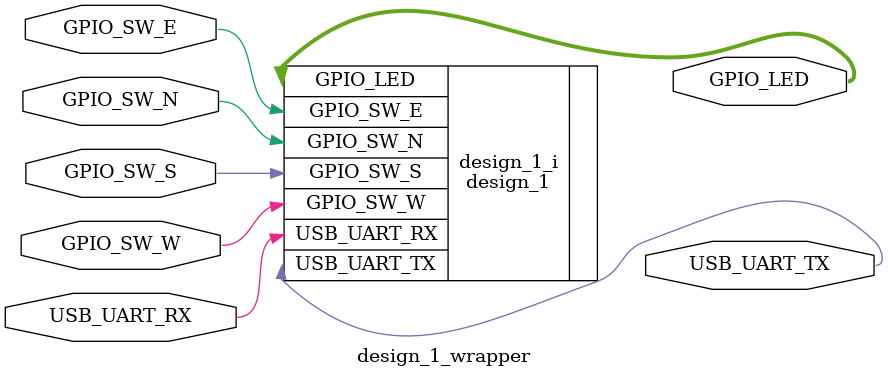
<source format=v>
`timescale 1 ps / 1 ps

module design_1_wrapper
   (GPIO_LED,
    GPIO_SW_E,
    GPIO_SW_N,
    GPIO_SW_S,
    GPIO_SW_W,
    USB_UART_RX,
    USB_UART_TX);
  output [7:0]GPIO_LED;
  input GPIO_SW_E;
  input GPIO_SW_N;
  input GPIO_SW_S;
  input GPIO_SW_W;
  input USB_UART_RX;
  output USB_UART_TX;

  wire [7:0]GPIO_LED;
  wire GPIO_SW_E;
  wire GPIO_SW_N;
  wire GPIO_SW_S;
  wire GPIO_SW_W;
  wire USB_UART_RX;
  wire USB_UART_TX;

  design_1 design_1_i
       (.GPIO_LED(GPIO_LED),
        .GPIO_SW_E(GPIO_SW_E),
        .GPIO_SW_N(GPIO_SW_N),
        .GPIO_SW_S(GPIO_SW_S),
        .GPIO_SW_W(GPIO_SW_W),
        .USB_UART_RX(USB_UART_RX),
        .USB_UART_TX(USB_UART_TX));
endmodule

</source>
